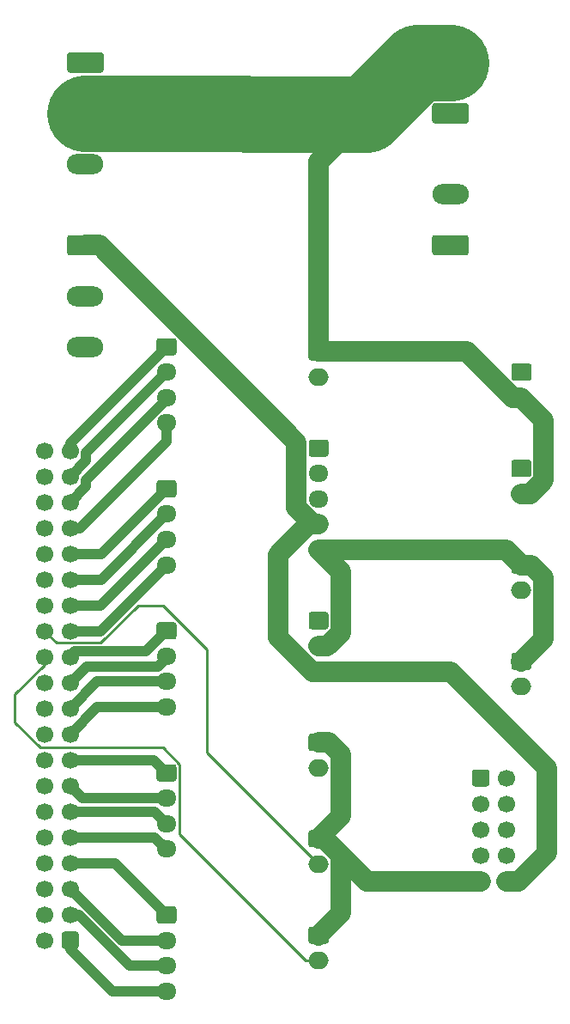
<source format=gbr>
%TF.GenerationSoftware,KiCad,Pcbnew,5.1.10*%
%TF.CreationDate,2021-07-02T09:56:20+02:00*%
%TF.ProjectId,breakout_boards,62726561-6b6f-4757-945f-626f61726473,rev?*%
%TF.SameCoordinates,Original*%
%TF.FileFunction,Copper,L1,Top*%
%TF.FilePolarity,Positive*%
%FSLAX46Y46*%
G04 Gerber Fmt 4.6, Leading zero omitted, Abs format (unit mm)*
G04 Created by KiCad (PCBNEW 5.1.10) date 2021-07-02 09:56:20*
%MOMM*%
%LPD*%
G01*
G04 APERTURE LIST*
%TA.AperFunction,ComponentPad*%
%ADD10O,1.950000X1.700000*%
%TD*%
%TA.AperFunction,ComponentPad*%
%ADD11O,3.600000X2.000000*%
%TD*%
%TA.AperFunction,ComponentPad*%
%ADD12O,2.000000X1.700000*%
%TD*%
%TA.AperFunction,ComponentPad*%
%ADD13C,1.700000*%
%TD*%
%TA.AperFunction,Conductor*%
%ADD14C,2.000000*%
%TD*%
%TA.AperFunction,Conductor*%
%ADD15C,7.500000*%
%TD*%
%TA.AperFunction,Conductor*%
%ADD16C,1.000000*%
%TD*%
%TA.AperFunction,Conductor*%
%ADD17C,0.250000*%
%TD*%
G04 APERTURE END LIST*
D10*
%TO.P,J15,5*%
%TO.N,GND*%
X163000000Y-92000000D03*
%TO.P,J15,4*%
%TO.N,+5V*%
X163000000Y-89500000D03*
%TO.P,J15,3*%
%TO.N,BLT_PWM*%
X163000000Y-87000000D03*
%TO.P,J15,2*%
%TO.N,GND*%
X163000000Y-84500000D03*
%TO.P,J15,1*%
%TO.N,BLT_TRIGGER*%
%TA.AperFunction,ComponentPad*%
G36*
G01*
X162275000Y-81150000D02*
X163725000Y-81150000D01*
G75*
G02*
X163975000Y-81400000I0J-250000D01*
G01*
X163975000Y-82600000D01*
G75*
G02*
X163725000Y-82850000I-250000J0D01*
G01*
X162275000Y-82850000D01*
G75*
G02*
X162025000Y-82600000I0J250000D01*
G01*
X162025000Y-81400000D01*
G75*
G02*
X162275000Y-81150000I250000J0D01*
G01*
G37*
%TD.AperFunction*%
%TD*%
D11*
%TO.P,J18,3*%
%TO.N,+5V*%
X140000000Y-54000000D03*
%TO.P,J18,2*%
%TO.N,VCC*%
X140000000Y-49000000D03*
%TO.P,J18,1*%
%TO.N,GND*%
%TA.AperFunction,ComponentPad*%
G36*
G01*
X138450000Y-43000000D02*
X141550000Y-43000000D01*
G75*
G02*
X141800000Y-43250000I0J-250000D01*
G01*
X141800000Y-44750000D01*
G75*
G02*
X141550000Y-45000000I-250000J0D01*
G01*
X138450000Y-45000000D01*
G75*
G02*
X138200000Y-44750000I0J250000D01*
G01*
X138200000Y-43250000D01*
G75*
G02*
X138450000Y-43000000I250000J0D01*
G01*
G37*
%TD.AperFunction*%
%TD*%
%TO.P,J10,3*%
%TO.N,GND*%
X140000000Y-72000000D03*
%TO.P,J10,2*%
%TO.N,NeoPixel*%
X140000000Y-67000000D03*
%TO.P,J10,1*%
%TO.N,+5V*%
%TA.AperFunction,ComponentPad*%
G36*
G01*
X138450000Y-61000000D02*
X141550000Y-61000000D01*
G75*
G02*
X141800000Y-61250000I0J-250000D01*
G01*
X141800000Y-62750000D01*
G75*
G02*
X141550000Y-63000000I-250000J0D01*
G01*
X138450000Y-63000000D01*
G75*
G02*
X138200000Y-62750000I0J250000D01*
G01*
X138200000Y-61250000D01*
G75*
G02*
X138450000Y-61000000I250000J0D01*
G01*
G37*
%TD.AperFunction*%
%TD*%
%TO.P,J3,2*%
%TO.N,+5V*%
X176000000Y-57000000D03*
%TO.P,J3,1*%
%TO.N,GND*%
%TA.AperFunction,ComponentPad*%
G36*
G01*
X177550000Y-63000000D02*
X174450000Y-63000000D01*
G75*
G02*
X174200000Y-62750000I0J250000D01*
G01*
X174200000Y-61250000D01*
G75*
G02*
X174450000Y-61000000I250000J0D01*
G01*
X177550000Y-61000000D01*
G75*
G02*
X177800000Y-61250000I0J-250000D01*
G01*
X177800000Y-62750000D01*
G75*
G02*
X177550000Y-63000000I-250000J0D01*
G01*
G37*
%TD.AperFunction*%
%TD*%
%TO.P,J1,2*%
%TO.N,VCC*%
X176000000Y-44000000D03*
%TO.P,J1,1*%
%TO.N,GND*%
%TA.AperFunction,ComponentPad*%
G36*
G01*
X177550000Y-50000000D02*
X174450000Y-50000000D01*
G75*
G02*
X174200000Y-49750000I0J250000D01*
G01*
X174200000Y-48250000D01*
G75*
G02*
X174450000Y-48000000I250000J0D01*
G01*
X177550000Y-48000000D01*
G75*
G02*
X177800000Y-48250000I0J-250000D01*
G01*
X177800000Y-49750000D01*
G75*
G02*
X177550000Y-50000000I-250000J0D01*
G01*
G37*
%TD.AperFunction*%
%TD*%
D10*
%TO.P,J2,4*%
%TO.N,XM_4*%
X148000000Y-135500000D03*
%TO.P,J2,3*%
%TO.N,XM_3*%
X148000000Y-133000000D03*
%TO.P,J2,2*%
%TO.N,XM_2*%
X148000000Y-130500000D03*
%TO.P,J2,1*%
%TO.N,XM_1*%
%TA.AperFunction,ComponentPad*%
G36*
G01*
X147275000Y-127150000D02*
X148725000Y-127150000D01*
G75*
G02*
X148975000Y-127400000I0J-250000D01*
G01*
X148975000Y-128600000D01*
G75*
G02*
X148725000Y-128850000I-250000J0D01*
G01*
X147275000Y-128850000D01*
G75*
G02*
X147025000Y-128600000I0J250000D01*
G01*
X147025000Y-127400000D01*
G75*
G02*
X147275000Y-127150000I250000J0D01*
G01*
G37*
%TD.AperFunction*%
%TD*%
%TO.P,J6,4*%
%TO.N,YM_4*%
X148000000Y-121500000D03*
%TO.P,J6,3*%
%TO.N,YM_3*%
X148000000Y-119000000D03*
%TO.P,J6,2*%
%TO.N,YM_2*%
X148000000Y-116500000D03*
%TO.P,J6,1*%
%TO.N,YM_1*%
%TA.AperFunction,ComponentPad*%
G36*
G01*
X147275000Y-113150000D02*
X148725000Y-113150000D01*
G75*
G02*
X148975000Y-113400000I0J-250000D01*
G01*
X148975000Y-114600000D01*
G75*
G02*
X148725000Y-114850000I-250000J0D01*
G01*
X147275000Y-114850000D01*
G75*
G02*
X147025000Y-114600000I0J250000D01*
G01*
X147025000Y-113400000D01*
G75*
G02*
X147275000Y-113150000I250000J0D01*
G01*
G37*
%TD.AperFunction*%
%TD*%
%TO.P,J8,4*%
%TO.N,ZM1_4*%
X148000000Y-107500000D03*
%TO.P,J8,3*%
%TO.N,ZM1_3*%
X148000000Y-105000000D03*
%TO.P,J8,2*%
%TO.N,ZM1_2*%
X148000000Y-102500000D03*
%TO.P,J8,1*%
%TO.N,ZM1_1*%
%TA.AperFunction,ComponentPad*%
G36*
G01*
X147275000Y-99150000D02*
X148725000Y-99150000D01*
G75*
G02*
X148975000Y-99400000I0J-250000D01*
G01*
X148975000Y-100600000D01*
G75*
G02*
X148725000Y-100850000I-250000J0D01*
G01*
X147275000Y-100850000D01*
G75*
G02*
X147025000Y-100600000I0J250000D01*
G01*
X147025000Y-99400000D01*
G75*
G02*
X147275000Y-99150000I250000J0D01*
G01*
G37*
%TD.AperFunction*%
%TD*%
%TO.P,J19,4*%
%TO.N,ZM2_4*%
X148000000Y-93500000D03*
%TO.P,J19,3*%
%TO.N,ZM2_3*%
X148000000Y-91000000D03*
%TO.P,J19,2*%
%TO.N,ZM2_2*%
X148000000Y-88500000D03*
%TO.P,J19,1*%
%TO.N,ZM2_1*%
%TA.AperFunction,ComponentPad*%
G36*
G01*
X147275000Y-85150000D02*
X148725000Y-85150000D01*
G75*
G02*
X148975000Y-85400000I0J-250000D01*
G01*
X148975000Y-86600000D01*
G75*
G02*
X148725000Y-86850000I-250000J0D01*
G01*
X147275000Y-86850000D01*
G75*
G02*
X147025000Y-86600000I0J250000D01*
G01*
X147025000Y-85400000D01*
G75*
G02*
X147275000Y-85150000I250000J0D01*
G01*
G37*
%TD.AperFunction*%
%TD*%
%TO.P,J13,4*%
%TO.N,EM_4*%
X148000000Y-79500000D03*
%TO.P,J13,3*%
%TO.N,EM_3*%
X148000000Y-77000000D03*
%TO.P,J13,2*%
%TO.N,EM_2*%
X148000000Y-74500000D03*
%TO.P,J13,1*%
%TO.N,EM_1*%
%TA.AperFunction,ComponentPad*%
G36*
G01*
X147275000Y-71150000D02*
X148725000Y-71150000D01*
G75*
G02*
X148975000Y-71400000I0J-250000D01*
G01*
X148975000Y-72600000D01*
G75*
G02*
X148725000Y-72850000I-250000J0D01*
G01*
X147275000Y-72850000D01*
G75*
G02*
X147025000Y-72600000I0J250000D01*
G01*
X147025000Y-71400000D01*
G75*
G02*
X147275000Y-71150000I250000J0D01*
G01*
G37*
%TD.AperFunction*%
%TD*%
D12*
%TO.P,J5,2*%
%TO.N,FAN*%
X163000000Y-75000000D03*
%TO.P,J5,1*%
%TO.N,VCC*%
%TA.AperFunction,ComponentPad*%
G36*
G01*
X162250000Y-71650000D02*
X163750000Y-71650000D01*
G75*
G02*
X164000000Y-71900000I0J-250000D01*
G01*
X164000000Y-73100000D01*
G75*
G02*
X163750000Y-73350000I-250000J0D01*
G01*
X162250000Y-73350000D01*
G75*
G02*
X162000000Y-73100000I0J250000D01*
G01*
X162000000Y-71900000D01*
G75*
G02*
X162250000Y-71650000I250000J0D01*
G01*
G37*
%TD.AperFunction*%
%TD*%
D10*
%TO.P,J11,3*%
%TO.N,+5V*%
X163000000Y-104000000D03*
%TO.P,J11,2*%
%TO.N,GND*%
X163000000Y-101500000D03*
%TO.P,J11,1*%
%TO.N,E0-STOP*%
%TA.AperFunction,ComponentPad*%
G36*
G01*
X162275000Y-98150000D02*
X163725000Y-98150000D01*
G75*
G02*
X163975000Y-98400000I0J-250000D01*
G01*
X163975000Y-99600000D01*
G75*
G02*
X163725000Y-99850000I-250000J0D01*
G01*
X162275000Y-99850000D01*
G75*
G02*
X162025000Y-99600000I0J250000D01*
G01*
X162025000Y-98400000D01*
G75*
G02*
X162275000Y-98150000I250000J0D01*
G01*
G37*
%TD.AperFunction*%
%TD*%
D12*
%TO.P,J12,2*%
%TO.N,Z-STOP*%
X163000000Y-113500000D03*
%TO.P,J12,1*%
%TO.N,GND*%
%TA.AperFunction,ComponentPad*%
G36*
G01*
X162250000Y-110150000D02*
X163750000Y-110150000D01*
G75*
G02*
X164000000Y-110400000I0J-250000D01*
G01*
X164000000Y-111600000D01*
G75*
G02*
X163750000Y-111850000I-250000J0D01*
G01*
X162250000Y-111850000D01*
G75*
G02*
X162000000Y-111600000I0J250000D01*
G01*
X162000000Y-110400000D01*
G75*
G02*
X162250000Y-110150000I250000J0D01*
G01*
G37*
%TD.AperFunction*%
%TD*%
%TO.P,J7,2*%
%TO.N,X-STOP*%
X163000000Y-132500000D03*
%TO.P,J7,1*%
%TO.N,GND*%
%TA.AperFunction,ComponentPad*%
G36*
G01*
X162250000Y-129150000D02*
X163750000Y-129150000D01*
G75*
G02*
X164000000Y-129400000I0J-250000D01*
G01*
X164000000Y-130600000D01*
G75*
G02*
X163750000Y-130850000I-250000J0D01*
G01*
X162250000Y-130850000D01*
G75*
G02*
X162000000Y-130600000I0J250000D01*
G01*
X162000000Y-129400000D01*
G75*
G02*
X162250000Y-129150000I250000J0D01*
G01*
G37*
%TD.AperFunction*%
%TD*%
%TO.P,J9,2*%
%TO.N,Y-STOP*%
X163000000Y-123000000D03*
%TO.P,J9,1*%
%TO.N,GND*%
%TA.AperFunction,ComponentPad*%
G36*
G01*
X162250000Y-119650000D02*
X163750000Y-119650000D01*
G75*
G02*
X164000000Y-119900000I0J-250000D01*
G01*
X164000000Y-121100000D01*
G75*
G02*
X163750000Y-121350000I-250000J0D01*
G01*
X162250000Y-121350000D01*
G75*
G02*
X162000000Y-121100000I0J250000D01*
G01*
X162000000Y-119900000D01*
G75*
G02*
X162250000Y-119650000I250000J0D01*
G01*
G37*
%TD.AperFunction*%
%TD*%
D13*
%TO.P,J4,10*%
%TO.N,+5V*%
X181540000Y-124660000D03*
%TO.P,J4,8*%
%TO.N,EXP8*%
X181540000Y-122120000D03*
%TO.P,J4,6*%
%TO.N,EXP6*%
X181540000Y-119580000D03*
%TO.P,J4,4*%
%TO.N,EXP4*%
X181540000Y-117040000D03*
%TO.P,J4,2*%
%TO.N,EXP2*%
X181540000Y-114500000D03*
%TO.P,J4,9*%
%TO.N,GND*%
X179000000Y-124660000D03*
%TO.P,J4,7*%
%TO.N,EXP7*%
X179000000Y-122120000D03*
%TO.P,J4,5*%
%TO.N,EXP5*%
X179000000Y-119580000D03*
%TO.P,J4,3*%
%TO.N,EXP3*%
X179000000Y-117040000D03*
%TO.P,J4,1*%
%TO.N,EXP1*%
%TA.AperFunction,ComponentPad*%
G36*
G01*
X178150000Y-115100000D02*
X178150000Y-113900000D01*
G75*
G02*
X178400000Y-113650000I250000J0D01*
G01*
X179600000Y-113650000D01*
G75*
G02*
X179850000Y-113900000I0J-250000D01*
G01*
X179850000Y-115100000D01*
G75*
G02*
X179600000Y-115350000I-250000J0D01*
G01*
X178400000Y-115350000D01*
G75*
G02*
X178150000Y-115100000I0J250000D01*
G01*
G37*
%TD.AperFunction*%
%TD*%
D12*
%TO.P,J20,2*%
%TO.N,VCC*%
X183000000Y-86500000D03*
%TO.P,J20,1*%
%TO.N,BED*%
%TA.AperFunction,ComponentPad*%
G36*
G01*
X182250000Y-83150000D02*
X183750000Y-83150000D01*
G75*
G02*
X184000000Y-83400000I0J-250000D01*
G01*
X184000000Y-84600000D01*
G75*
G02*
X183750000Y-84850000I-250000J0D01*
G01*
X182250000Y-84850000D01*
G75*
G02*
X182000000Y-84600000I0J250000D01*
G01*
X182000000Y-83400000D01*
G75*
G02*
X182250000Y-83150000I250000J0D01*
G01*
G37*
%TD.AperFunction*%
%TD*%
%TO.P,J21,2*%
%TO.N,VCC*%
X183000000Y-77000000D03*
%TO.P,J21,1*%
%TO.N,HEO*%
%TA.AperFunction,ComponentPad*%
G36*
G01*
X182250000Y-73650000D02*
X183750000Y-73650000D01*
G75*
G02*
X184000000Y-73900000I0J-250000D01*
G01*
X184000000Y-75100000D01*
G75*
G02*
X183750000Y-75350000I-250000J0D01*
G01*
X182250000Y-75350000D01*
G75*
G02*
X182000000Y-75100000I0J250000D01*
G01*
X182000000Y-73900000D01*
G75*
G02*
X182250000Y-73650000I250000J0D01*
G01*
G37*
%TD.AperFunction*%
%TD*%
%TO.P,J14,2*%
%TO.N,THO*%
X183000000Y-96000000D03*
%TO.P,J14,1*%
%TO.N,GND*%
%TA.AperFunction,ComponentPad*%
G36*
G01*
X182250000Y-92650000D02*
X183750000Y-92650000D01*
G75*
G02*
X184000000Y-92900000I0J-250000D01*
G01*
X184000000Y-94100000D01*
G75*
G02*
X183750000Y-94350000I-250000J0D01*
G01*
X182250000Y-94350000D01*
G75*
G02*
X182000000Y-94100000I0J250000D01*
G01*
X182000000Y-92900000D01*
G75*
G02*
X182250000Y-92650000I250000J0D01*
G01*
G37*
%TD.AperFunction*%
%TD*%
%TO.P,J16,2*%
%TO.N,THB*%
X183000000Y-105500000D03*
%TO.P,J16,1*%
%TO.N,GND*%
%TA.AperFunction,ComponentPad*%
G36*
G01*
X182250000Y-102150000D02*
X183750000Y-102150000D01*
G75*
G02*
X184000000Y-102400000I0J-250000D01*
G01*
X184000000Y-103600000D01*
G75*
G02*
X183750000Y-103850000I-250000J0D01*
G01*
X182250000Y-103850000D01*
G75*
G02*
X182000000Y-103600000I0J250000D01*
G01*
X182000000Y-102400000D01*
G75*
G02*
X182250000Y-102150000I250000J0D01*
G01*
G37*
%TD.AperFunction*%
%TD*%
D13*
%TO.P,J17,40*%
%TO.N,FAN*%
X135960000Y-82240000D03*
%TO.P,J17,38*%
%TO.N,BLT_TRIGGER*%
X135960000Y-84780000D03*
%TO.P,J17,36*%
%TO.N,BLT_PWM*%
X135960000Y-87320000D03*
%TO.P,J17,34*%
%TO.N,HEO*%
X135960000Y-89860000D03*
%TO.P,J17,32*%
%TO.N,BED*%
X135960000Y-92400000D03*
%TO.P,J17,30*%
%TO.N,E0-STOP*%
X135960000Y-94940000D03*
%TO.P,J17,28*%
%TO.N,Z-STOP*%
X135960000Y-97480000D03*
%TO.P,J17,26*%
%TO.N,Y-STOP*%
X135960000Y-100020000D03*
%TO.P,J17,24*%
%TO.N,X-STOP*%
X135960000Y-102560000D03*
%TO.P,J17,22*%
%TO.N,NeoPixel*%
X135960000Y-105100000D03*
%TO.P,J17,20*%
%TO.N,THO*%
X135960000Y-107640000D03*
%TO.P,J17,18*%
%TO.N,THB*%
X135960000Y-110180000D03*
%TO.P,J17,16*%
%TO.N,EXP1*%
X135960000Y-112720000D03*
%TO.P,J17,14*%
%TO.N,EXP2*%
X135960000Y-115260000D03*
%TO.P,J17,12*%
%TO.N,EXP3*%
X135960000Y-117800000D03*
%TO.P,J17,10*%
%TO.N,EXP4*%
X135960000Y-120340000D03*
%TO.P,J17,8*%
%TO.N,EXP5*%
X135960000Y-122880000D03*
%TO.P,J17,6*%
%TO.N,EXP6*%
X135960000Y-125420000D03*
%TO.P,J17,4*%
%TO.N,EXP7*%
X135960000Y-127960000D03*
%TO.P,J17,2*%
%TO.N,EXP8*%
X135960000Y-130500000D03*
%TO.P,J17,39*%
%TO.N,EM_1*%
X138500000Y-82240000D03*
%TO.P,J17,37*%
%TO.N,EM_2*%
X138500000Y-84780000D03*
%TO.P,J17,35*%
%TO.N,EM_3*%
X138500000Y-87320000D03*
%TO.P,J17,33*%
%TO.N,EM_4*%
X138500000Y-89860000D03*
%TO.P,J17,31*%
%TO.N,ZM2_1*%
X138500000Y-92400000D03*
%TO.P,J17,29*%
%TO.N,ZM2_2*%
X138500000Y-94940000D03*
%TO.P,J17,27*%
%TO.N,ZM2_3*%
X138500000Y-97480000D03*
%TO.P,J17,25*%
%TO.N,ZM2_4*%
X138500000Y-100020000D03*
%TO.P,J17,23*%
%TO.N,ZM1_1*%
X138500000Y-102560000D03*
%TO.P,J17,21*%
%TO.N,ZM1_2*%
X138500000Y-105100000D03*
%TO.P,J17,19*%
%TO.N,ZM1_3*%
X138500000Y-107640000D03*
%TO.P,J17,17*%
%TO.N,ZM1_4*%
X138500000Y-110180000D03*
%TO.P,J17,15*%
%TO.N,YM_1*%
X138500000Y-112720000D03*
%TO.P,J17,13*%
%TO.N,YM_2*%
X138500000Y-115260000D03*
%TO.P,J17,11*%
%TO.N,YM_3*%
X138500000Y-117800000D03*
%TO.P,J17,9*%
%TO.N,YM_4*%
X138500000Y-120340000D03*
%TO.P,J17,7*%
%TO.N,XM_1*%
X138500000Y-122880000D03*
%TO.P,J17,5*%
%TO.N,XM_2*%
X138500000Y-125420000D03*
%TO.P,J17,3*%
%TO.N,XM_3*%
X138500000Y-127960000D03*
%TO.P,J17,1*%
%TO.N,XM_4*%
%TA.AperFunction,ComponentPad*%
G36*
G01*
X139350000Y-129900000D02*
X139350000Y-131100000D01*
G75*
G02*
X139100000Y-131350000I-250000J0D01*
G01*
X137900000Y-131350000D01*
G75*
G02*
X137650000Y-131100000I0J250000D01*
G01*
X137650000Y-129900000D01*
G75*
G02*
X137900000Y-129650000I250000J0D01*
G01*
X139100000Y-129650000D01*
G75*
G02*
X139350000Y-129900000I0J-250000D01*
G01*
G37*
%TD.AperFunction*%
%TD*%
D14*
%TO.N,GND*%
X184000000Y-93500000D02*
X183000000Y-93500000D01*
X185200010Y-94700010D02*
X184000000Y-93500000D01*
X185200010Y-100799990D02*
X185200010Y-94700010D01*
X183000000Y-103000000D02*
X185200010Y-100799990D01*
X181500000Y-92000000D02*
X183000000Y-93500000D01*
X163000000Y-92000000D02*
X181500000Y-92000000D01*
X165175010Y-94175010D02*
X163000000Y-92000000D01*
X165175010Y-100200616D02*
X165175010Y-94175010D01*
X163875626Y-101500000D02*
X165175010Y-100200616D01*
X163000000Y-101500000D02*
X163875626Y-101500000D01*
X165200010Y-122150859D02*
X163549151Y-120500000D01*
X165200010Y-127799990D02*
X165200010Y-122150859D01*
X163000000Y-130000000D02*
X165200010Y-127799990D01*
X164000000Y-111000000D02*
X163000000Y-111000000D01*
X165200010Y-112200010D02*
X164000000Y-111000000D01*
X165200010Y-118299990D02*
X165200010Y-112200010D01*
X163000000Y-120500000D02*
X165200010Y-118299990D01*
X163549151Y-120500000D02*
X163000000Y-120500000D01*
X167709151Y-124660000D02*
X163549151Y-120500000D01*
X179000000Y-124660000D02*
X167709151Y-124660000D01*
D15*
%TO.N,VCC*%
X172760286Y-44000000D02*
X176000000Y-44000000D01*
X167710285Y-49050001D02*
X172760286Y-44000000D01*
X155835999Y-49050001D02*
X167710285Y-49050001D01*
X155785998Y-49000000D02*
X155835999Y-49050001D01*
X140000000Y-49000000D02*
X155785998Y-49000000D01*
D14*
X163000000Y-53760286D02*
X167710285Y-49050001D01*
X163000000Y-72500000D02*
X163000000Y-53760286D01*
X182099374Y-77000000D02*
X183000000Y-77000000D01*
X177599374Y-72500000D02*
X182099374Y-77000000D01*
X163000000Y-72500000D02*
X177599374Y-72500000D01*
X185200010Y-79200010D02*
X183000000Y-77000000D01*
X185200010Y-85200616D02*
X185200010Y-79200010D01*
X183900626Y-86500000D02*
X185200010Y-85200616D01*
X183000000Y-86500000D02*
X183900626Y-86500000D01*
D16*
%TO.N,XM_4*%
X142650000Y-135500000D02*
X148000000Y-135500000D01*
X138500000Y-131350000D02*
X142650000Y-135500000D01*
X138500000Y-130500000D02*
X138500000Y-131350000D01*
%TO.N,XM_3*%
X139342930Y-127960000D02*
X144382930Y-133000000D01*
X144382930Y-133000000D02*
X148000000Y-133000000D01*
X138500000Y-127960000D02*
X139342930Y-127960000D01*
%TO.N,XM_2*%
X143580000Y-130500000D02*
X148000000Y-130500000D01*
X138500000Y-125420000D02*
X143580000Y-130500000D01*
%TO.N,XM_1*%
X142880000Y-122880000D02*
X148000000Y-128000000D01*
X138500000Y-122880000D02*
X142880000Y-122880000D01*
D14*
%TO.N,+5V*%
X163000000Y-104000000D02*
X176000000Y-104000000D01*
X176000000Y-104000000D02*
X185500000Y-113500000D01*
X182742081Y-124660000D02*
X181540000Y-124660000D01*
X185500000Y-121902081D02*
X182742081Y-124660000D01*
X185500000Y-113500000D02*
X185500000Y-121902081D01*
X162388717Y-104000000D02*
X159000000Y-100611283D01*
X163000000Y-104000000D02*
X162388717Y-104000000D01*
X159000000Y-100611283D02*
X159000000Y-92500000D01*
X162000000Y-89500000D02*
X163000000Y-89500000D01*
X159000000Y-92500000D02*
X162000000Y-89500000D01*
X160824990Y-81449364D02*
X141375626Y-62000000D01*
X160824990Y-87849141D02*
X160824990Y-81449364D01*
X141375626Y-62000000D02*
X140000000Y-62000000D01*
X162475849Y-89500000D02*
X160824990Y-87849141D01*
X163000000Y-89500000D02*
X162475849Y-89500000D01*
D16*
%TO.N,YM_4*%
X146840000Y-120340000D02*
X148000000Y-121500000D01*
X138500000Y-120340000D02*
X146840000Y-120340000D01*
%TO.N,YM_3*%
X146800000Y-117800000D02*
X148000000Y-119000000D01*
X138500000Y-117800000D02*
X146800000Y-117800000D01*
%TO.N,YM_2*%
X139740000Y-116500000D02*
X148000000Y-116500000D01*
X138500000Y-115260000D02*
X139740000Y-116500000D01*
%TO.N,YM_1*%
X146720000Y-112720000D02*
X148000000Y-114000000D01*
X138500000Y-112720000D02*
X146720000Y-112720000D01*
D17*
%TO.N,X-STOP*%
X149300010Y-113161820D02*
X147638190Y-111500000D01*
X149300010Y-120050010D02*
X149300010Y-113161820D01*
X161750000Y-132500000D02*
X149300010Y-120050010D01*
X163000000Y-132500000D02*
X161750000Y-132500000D01*
X135540998Y-111500000D02*
X133040998Y-109000000D01*
X147638190Y-111500000D02*
X135540998Y-111500000D01*
X135960000Y-103360998D02*
X135960000Y-102560000D01*
X133040998Y-106280000D02*
X135960000Y-103360998D01*
X133040998Y-109000000D02*
X133040998Y-106280000D01*
%TO.N,Y-STOP*%
X152000000Y-112000000D02*
X163000000Y-123000000D01*
X152000000Y-101861810D02*
X152000000Y-112000000D01*
X141471739Y-101195001D02*
X145166740Y-97500000D01*
X137135001Y-101195001D02*
X141471739Y-101195001D01*
X135960000Y-100020000D02*
X137135001Y-101195001D01*
X147638190Y-97500000D02*
X152000000Y-101861810D01*
X145166740Y-97500000D02*
X147638190Y-97500000D01*
D16*
%TO.N,EM_4*%
X139490000Y-89860000D02*
X138500000Y-89860000D01*
X148000000Y-81350000D02*
X139490000Y-89860000D01*
X148000000Y-79500000D02*
X148000000Y-81350000D01*
%TO.N,EM_3*%
X140050001Y-85769999D02*
X138500000Y-87320000D01*
X140050001Y-85132954D02*
X140050001Y-85769999D01*
X148000000Y-77182955D02*
X140050001Y-85132954D01*
X148000000Y-77000000D02*
X148000000Y-77182955D01*
%TO.N,EM_2*%
X140050001Y-82449999D02*
X148000000Y-74500000D01*
X140050001Y-83229999D02*
X140050001Y-82449999D01*
X138500000Y-84780000D02*
X140050001Y-83229999D01*
%TO.N,EM_1*%
X138500000Y-81500000D02*
X138500000Y-82240000D01*
X148000000Y-72000000D02*
X138500000Y-81500000D01*
%TO.N,ZM1_4*%
X141180000Y-107500000D02*
X138500000Y-110180000D01*
X148000000Y-107500000D02*
X141180000Y-107500000D01*
%TO.N,ZM1_3*%
X141140000Y-105000000D02*
X138500000Y-107640000D01*
X148000000Y-105000000D02*
X141140000Y-105000000D01*
%TO.N,ZM1_2*%
X138500000Y-105100000D02*
X140100000Y-103500000D01*
X148000000Y-102682955D02*
X148000000Y-102500000D01*
X147182955Y-103500000D02*
X148000000Y-102682955D01*
X140100000Y-103500000D02*
X147182955Y-103500000D01*
%TO.N,ZM1_1*%
X145979989Y-102020011D02*
X148000000Y-100000000D01*
X138979989Y-102020011D02*
X145979989Y-102020011D01*
X138500000Y-102500000D02*
X138979989Y-102020011D01*
X138500000Y-102560000D02*
X138500000Y-102500000D01*
%TO.N,ZM2_4*%
X141480000Y-100020000D02*
X138500000Y-100020000D01*
X148000000Y-93500000D02*
X141480000Y-100020000D01*
%TO.N,ZM2_3*%
X141520000Y-97480000D02*
X138500000Y-97480000D01*
X148000000Y-91000000D02*
X141520000Y-97480000D01*
%TO.N,ZM2_2*%
X141560000Y-94940000D02*
X148000000Y-88500000D01*
X138500000Y-94940000D02*
X141560000Y-94940000D01*
%TO.N,ZM2_1*%
X141600000Y-92400000D02*
X138500000Y-92400000D01*
X148000000Y-86000000D02*
X141600000Y-92400000D01*
%TD*%
M02*

</source>
